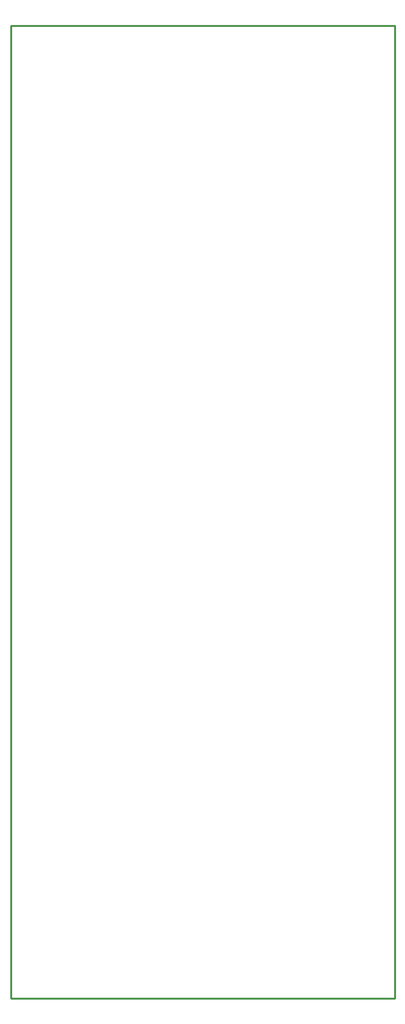
<source format=gm1>
G04 Layer_Color=16711935*
%FSLAX43Y43*%
%MOMM*%
G71*
G01*
G75*
%ADD10C,0.254*%
D10*
X74600Y100000D02*
X125400D01*
X74600D02*
Y228500D01*
X125400Y100000D02*
Y228500D01*
X74600D02*
X125400D01*
M02*

</source>
